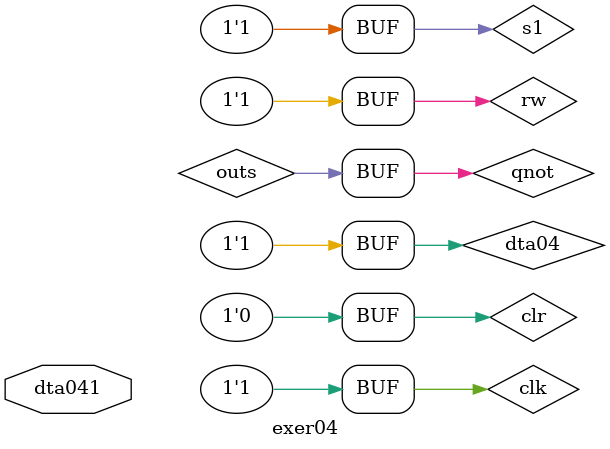
<source format=v>


module jkff ( output q, output qnot, input j, input k, input clk ); 
	reg q, qnot; 
	always @( posedge clk ) 
	begin 
		if ( j & ~k ) 
		begin 
		q <= 1; qnot <= 0; 
	end 
	else 
	if ( ~j & k ) 
		begin 
		q <= 0; qnot <= 1; 
		end 
	else 
		if ( j & k ) 
		begin 
		q <= ~q; qnot <= ~qnot; 
		end 
	end 
endmodule // jkff 
//--Fim FlipFlop

module exer04(input dta041);
reg dta04, rw, clk, a, b,e, f, g, h, clr;
wire s1, outs;

and And01(s1,dta04,rw,clk);

jkff J01(q,qnot,s1,a,clk);
jkff J02(q,qnot,s1,b,clk);
jkff J03(q,qnot,s1,c,clk);
jkff J04(q,qnot,s1,d,clk);
jkff J05(q,qnot,s1,e,clk);
jkff J06(q,qnot,s1,f,clk);
jkff J07(q,qnot,s1,g,clk);
jkff J08(q,qnot,s1,h,clk);

and and02(outs,qnot,dta04);

initial begin 
$display ( "Exercicio10 - Lorena Danielle Gonçalves Bento - 435049" );

dta04 = 0; 
clk = 0; 
rw = 0;
clr = 0; 

$monitor( "%4d %4b", $time, outs ); 

#1 clk = 0; dta04 = 0; rw = 1; 
#1 clk = 0; dta04 = 1; rw = 0;
#1 clk = 0; dta04 = 1; rw = 1;
#1 clk = 1; dta04 = 0; rw = 0;
#1 clk = 1; dta04 = 0; rw = 1;
#1 clk = 1; dta04 = 1; rw = 0;
#1 clk = 1; dta04 = 1; rw = 1;

end 

endmodule


</source>
